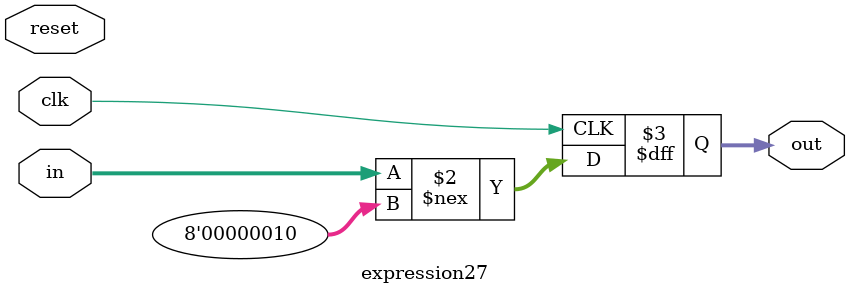
<source format=v>
module expression27
  #(parameter integer WIDTH = 8)
  (input wire             reset,
   input wire             clk,
   input wire [WIDTH-1:0] in,
   output reg [WIDTH-1:0] out);

   always @(posedge clk) out <= in !== 2;

endmodule

</source>
